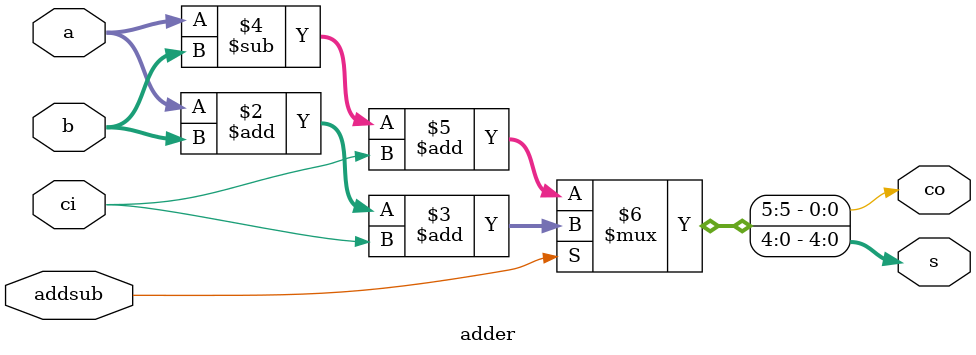
<source format=v>
module adder (a, b, ci, addsub ,co, s);
  input [4:0] a, b;
  input ci,addsub;
  output co;
  output [4:0] s;
  assign {co, s} = (addsub==1) ? a + b + ci: a - b + ci;
endmodule

</source>
